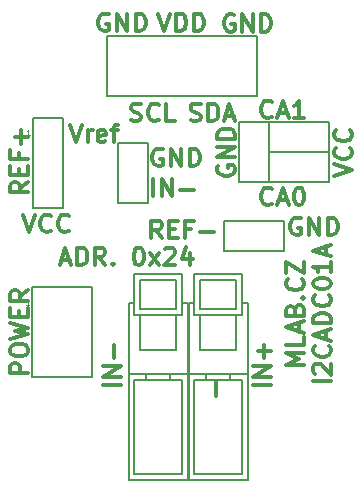
<source format=gbr>
G04 #@! TF.FileFunction,Legend,Top*
%FSLAX46Y46*%
G04 Gerber Fmt 4.6, Leading zero omitted, Abs format (unit mm)*
G04 Created by KiCad (PCBNEW 0.201505051231+5642~23~ubuntu14.04.1-product) date St 6. květen 2015, 12:21:16 CEST*
%MOMM*%
G01*
G04 APERTURE LIST*
%ADD10C,0.300000*%
%ADD11C,0.150000*%
%ADD12C,0.050000*%
%ADD13C,0.304800*%
G04 APERTURE END LIST*
D10*
X19634343Y39815200D02*
X19491486Y39886629D01*
X19277200Y39886629D01*
X19062915Y39815200D01*
X18920057Y39672343D01*
X18848629Y39529486D01*
X18777200Y39243771D01*
X18777200Y39029486D01*
X18848629Y38743771D01*
X18920057Y38600914D01*
X19062915Y38458057D01*
X19277200Y38386629D01*
X19420057Y38386629D01*
X19634343Y38458057D01*
X19705772Y38529486D01*
X19705772Y39029486D01*
X19420057Y39029486D01*
X20348629Y38386629D02*
X20348629Y39886629D01*
X21205772Y38386629D01*
X21205772Y39886629D01*
X21920058Y38386629D02*
X21920058Y39886629D01*
X22277201Y39886629D01*
X22491486Y39815200D01*
X22634344Y39672343D01*
X22705772Y39529486D01*
X22777201Y39243771D01*
X22777201Y39029486D01*
X22705772Y38743771D01*
X22634344Y38600914D01*
X22491486Y38458057D01*
X22277201Y38386629D01*
X21920058Y38386629D01*
X5005286Y19054000D02*
X5719572Y19054000D01*
X4862429Y18625429D02*
X5362429Y20125429D01*
X5862429Y18625429D01*
X6362429Y18625429D02*
X6362429Y20125429D01*
X6719572Y20125429D01*
X6933857Y20054000D01*
X7076715Y19911143D01*
X7148143Y19768286D01*
X7219572Y19482571D01*
X7219572Y19268286D01*
X7148143Y18982571D01*
X7076715Y18839714D01*
X6933857Y18696857D01*
X6719572Y18625429D01*
X6362429Y18625429D01*
X8719572Y18625429D02*
X8219572Y19339714D01*
X7862429Y18625429D02*
X7862429Y20125429D01*
X8433857Y20125429D01*
X8576715Y20054000D01*
X8648143Y19982571D01*
X8719572Y19839714D01*
X8719572Y19625429D01*
X8648143Y19482571D01*
X8576715Y19411143D01*
X8433857Y19339714D01*
X7862429Y19339714D01*
X9362429Y18768286D02*
X9433857Y18696857D01*
X9362429Y18625429D01*
X9291000Y18696857D01*
X9362429Y18768286D01*
X9362429Y18625429D01*
X11505286Y20125429D02*
X11648143Y20125429D01*
X11791000Y20054000D01*
X11862429Y19982571D01*
X11933858Y19839714D01*
X12005286Y19554000D01*
X12005286Y19196857D01*
X11933858Y18911143D01*
X11862429Y18768286D01*
X11791000Y18696857D01*
X11648143Y18625429D01*
X11505286Y18625429D01*
X11362429Y18696857D01*
X11291000Y18768286D01*
X11219572Y18911143D01*
X11148143Y19196857D01*
X11148143Y19554000D01*
X11219572Y19839714D01*
X11291000Y19982571D01*
X11362429Y20054000D01*
X11505286Y20125429D01*
X12505286Y18625429D02*
X13291000Y19625429D01*
X12505286Y19625429D02*
X13291000Y18625429D01*
X13791000Y19982571D02*
X13862429Y20054000D01*
X14005286Y20125429D01*
X14362429Y20125429D01*
X14505286Y20054000D01*
X14576715Y19982571D01*
X14648143Y19839714D01*
X14648143Y19696857D01*
X14576715Y19482571D01*
X13719572Y18625429D01*
X14648143Y18625429D01*
X15933857Y19625429D02*
X15933857Y18625429D01*
X15576714Y20196857D02*
X15219571Y19125429D01*
X16148143Y19125429D01*
X18300000Y27051143D02*
X18228571Y26908286D01*
X18228571Y26694000D01*
X18300000Y26479715D01*
X18442857Y26336857D01*
X18585714Y26265429D01*
X18871429Y26194000D01*
X19085714Y26194000D01*
X19371429Y26265429D01*
X19514286Y26336857D01*
X19657143Y26479715D01*
X19728571Y26694000D01*
X19728571Y26836857D01*
X19657143Y27051143D01*
X19585714Y27122572D01*
X19085714Y27122572D01*
X19085714Y26836857D01*
X19728571Y27765429D02*
X18228571Y27765429D01*
X19728571Y28622572D01*
X18228571Y28622572D01*
X19728571Y29336858D02*
X18228571Y29336858D01*
X18228571Y29694001D01*
X18300000Y29908286D01*
X18442857Y30051144D01*
X18585714Y30122572D01*
X18871429Y30194001D01*
X19085714Y30194001D01*
X19371429Y30122572D01*
X19514286Y30051144D01*
X19657143Y29908286D01*
X19728571Y29694001D01*
X19728571Y29336858D01*
X2202571Y9489714D02*
X702571Y9489714D01*
X702571Y10061142D01*
X774000Y10204000D01*
X845429Y10275428D01*
X988286Y10346857D01*
X1202571Y10346857D01*
X1345429Y10275428D01*
X1416857Y10204000D01*
X1488286Y10061142D01*
X1488286Y9489714D01*
X702571Y11275428D02*
X702571Y11561142D01*
X774000Y11704000D01*
X916857Y11846857D01*
X1202571Y11918285D01*
X1702571Y11918285D01*
X1988286Y11846857D01*
X2131143Y11704000D01*
X2202571Y11561142D01*
X2202571Y11275428D01*
X2131143Y11132571D01*
X1988286Y10989714D01*
X1702571Y10918285D01*
X1202571Y10918285D01*
X916857Y10989714D01*
X774000Y11132571D01*
X702571Y11275428D01*
X702571Y12418286D02*
X2202571Y12775429D01*
X1131143Y13061143D01*
X2202571Y13346857D01*
X702571Y13704000D01*
X1416857Y14275429D02*
X1416857Y14775429D01*
X2202571Y14989715D02*
X2202571Y14275429D01*
X702571Y14275429D01*
X702571Y14989715D01*
X2202571Y16489715D02*
X1488286Y15989715D01*
X2202571Y15632572D02*
X702571Y15632572D01*
X702571Y16204000D01*
X774000Y16346858D01*
X845429Y16418286D01*
X988286Y16489715D01*
X1202571Y16489715D01*
X1345429Y16418286D01*
X1416857Y16346858D01*
X1488286Y16204000D01*
X1488286Y15632572D01*
X27856571Y8799430D02*
X26356571Y8799430D01*
X26499429Y9442287D02*
X26428000Y9513716D01*
X26356571Y9656573D01*
X26356571Y10013716D01*
X26428000Y10156573D01*
X26499429Y10228002D01*
X26642286Y10299430D01*
X26785143Y10299430D01*
X26999429Y10228002D01*
X27856571Y9370859D01*
X27856571Y10299430D01*
X27713714Y11799430D02*
X27785143Y11728001D01*
X27856571Y11513715D01*
X27856571Y11370858D01*
X27785143Y11156573D01*
X27642286Y11013715D01*
X27499429Y10942287D01*
X27213714Y10870858D01*
X26999429Y10870858D01*
X26713714Y10942287D01*
X26570857Y11013715D01*
X26428000Y11156573D01*
X26356571Y11370858D01*
X26356571Y11513715D01*
X26428000Y11728001D01*
X26499429Y11799430D01*
X27428000Y12370858D02*
X27428000Y13085144D01*
X27856571Y12228001D02*
X26356571Y12728001D01*
X27856571Y13228001D01*
X27856571Y13728001D02*
X26356571Y13728001D01*
X26356571Y14085144D01*
X26428000Y14299429D01*
X26570857Y14442287D01*
X26713714Y14513715D01*
X26999429Y14585144D01*
X27213714Y14585144D01*
X27499429Y14513715D01*
X27642286Y14442287D01*
X27785143Y14299429D01*
X27856571Y14085144D01*
X27856571Y13728001D01*
X27713714Y16085144D02*
X27785143Y16013715D01*
X27856571Y15799429D01*
X27856571Y15656572D01*
X27785143Y15442287D01*
X27642286Y15299429D01*
X27499429Y15228001D01*
X27213714Y15156572D01*
X26999429Y15156572D01*
X26713714Y15228001D01*
X26570857Y15299429D01*
X26428000Y15442287D01*
X26356571Y15656572D01*
X26356571Y15799429D01*
X26428000Y16013715D01*
X26499429Y16085144D01*
X26356571Y17013715D02*
X26356571Y17156572D01*
X26428000Y17299429D01*
X26499429Y17370858D01*
X26642286Y17442287D01*
X26928000Y17513715D01*
X27285143Y17513715D01*
X27570857Y17442287D01*
X27713714Y17370858D01*
X27785143Y17299429D01*
X27856571Y17156572D01*
X27856571Y17013715D01*
X27785143Y16870858D01*
X27713714Y16799429D01*
X27570857Y16728001D01*
X27285143Y16656572D01*
X26928000Y16656572D01*
X26642286Y16728001D01*
X26499429Y16799429D01*
X26428000Y16870858D01*
X26356571Y17013715D01*
X27856571Y18942286D02*
X27856571Y18085143D01*
X27856571Y18513715D02*
X26356571Y18513715D01*
X26570857Y18370858D01*
X26713714Y18228000D01*
X26785143Y18085143D01*
X27428000Y19513714D02*
X27428000Y20228000D01*
X27856571Y19370857D02*
X26356571Y19870857D01*
X27856571Y20370857D01*
X25570571Y10156572D02*
X24070571Y10156572D01*
X25142000Y10656572D01*
X24070571Y11156572D01*
X25570571Y11156572D01*
X25570571Y12585144D02*
X25570571Y11870858D01*
X24070571Y11870858D01*
X25142000Y13013715D02*
X25142000Y13728001D01*
X25570571Y12870858D02*
X24070571Y13370858D01*
X25570571Y13870858D01*
X24784857Y14870858D02*
X24856286Y15085144D01*
X24927714Y15156572D01*
X25070571Y15228001D01*
X25284857Y15228001D01*
X25427714Y15156572D01*
X25499143Y15085144D01*
X25570571Y14942286D01*
X25570571Y14370858D01*
X24070571Y14370858D01*
X24070571Y14870858D01*
X24142000Y15013715D01*
X24213429Y15085144D01*
X24356286Y15156572D01*
X24499143Y15156572D01*
X24642000Y15085144D01*
X24713429Y15013715D01*
X24784857Y14870858D01*
X24784857Y14370858D01*
X25427714Y15870858D02*
X25499143Y15942286D01*
X25570571Y15870858D01*
X25499143Y15799429D01*
X25427714Y15870858D01*
X25570571Y15870858D01*
X25427714Y17442287D02*
X25499143Y17370858D01*
X25570571Y17156572D01*
X25570571Y17013715D01*
X25499143Y16799430D01*
X25356286Y16656572D01*
X25213429Y16585144D01*
X24927714Y16513715D01*
X24713429Y16513715D01*
X24427714Y16585144D01*
X24284857Y16656572D01*
X24142000Y16799430D01*
X24070571Y17013715D01*
X24070571Y17156572D01*
X24142000Y17370858D01*
X24213429Y17442287D01*
X24070571Y17942287D02*
X24070571Y18942287D01*
X25570571Y17942287D01*
X25570571Y18942287D01*
X22776571Y8485143D02*
X21276571Y8485143D01*
X22776571Y9199429D02*
X21276571Y9199429D01*
X22776571Y10056572D01*
X21276571Y10056572D01*
X22205143Y10770858D02*
X22205143Y11913715D01*
X22776571Y11342286D02*
X21633714Y11342286D01*
X10076571Y8485143D02*
X8576571Y8485143D01*
X10076571Y9199429D02*
X8576571Y9199429D01*
X10076571Y10056572D01*
X8576571Y10056572D01*
X9505143Y10770858D02*
X9505143Y11913715D01*
X1810000Y22919429D02*
X2310000Y21419429D01*
X2810000Y22919429D01*
X4167143Y21562286D02*
X4095714Y21490857D01*
X3881428Y21419429D01*
X3738571Y21419429D01*
X3524286Y21490857D01*
X3381428Y21633714D01*
X3310000Y21776571D01*
X3238571Y22062286D01*
X3238571Y22276571D01*
X3310000Y22562286D01*
X3381428Y22705143D01*
X3524286Y22848000D01*
X3738571Y22919429D01*
X3881428Y22919429D01*
X4095714Y22848000D01*
X4167143Y22776571D01*
X5667143Y21562286D02*
X5595714Y21490857D01*
X5381428Y21419429D01*
X5238571Y21419429D01*
X5024286Y21490857D01*
X4881428Y21633714D01*
X4810000Y21776571D01*
X4738571Y22062286D01*
X4738571Y22276571D01*
X4810000Y22562286D01*
X4881428Y22705143D01*
X5024286Y22848000D01*
X5238571Y22919429D01*
X5381428Y22919429D01*
X5595714Y22848000D01*
X5667143Y22776571D01*
X2202571Y25646286D02*
X1488286Y25146286D01*
X2202571Y24789143D02*
X702571Y24789143D01*
X702571Y25360571D01*
X774000Y25503429D01*
X845429Y25574857D01*
X988286Y25646286D01*
X1202571Y25646286D01*
X1345429Y25574857D01*
X1416857Y25503429D01*
X1488286Y25360571D01*
X1488286Y24789143D01*
X1416857Y26289143D02*
X1416857Y26789143D01*
X2202571Y27003429D02*
X2202571Y26289143D01*
X702571Y26289143D01*
X702571Y27003429D01*
X1416857Y28146286D02*
X1416857Y27646286D01*
X2202571Y27646286D02*
X702571Y27646286D01*
X702571Y28360572D01*
X1631143Y28932000D02*
X1631143Y30074857D01*
X2202571Y29503428D02*
X1059714Y29503428D01*
X5730857Y30539429D02*
X6230857Y29039429D01*
X6730857Y30539429D01*
X7230857Y29039429D02*
X7230857Y30039429D01*
X7230857Y29753714D02*
X7302285Y29896571D01*
X7373714Y29968000D01*
X7516571Y30039429D01*
X7659428Y30039429D01*
X8730856Y29110857D02*
X8587999Y29039429D01*
X8302285Y29039429D01*
X8159428Y29110857D01*
X8087999Y29253714D01*
X8087999Y29825143D01*
X8159428Y29968000D01*
X8302285Y30039429D01*
X8587999Y30039429D01*
X8730856Y29968000D01*
X8802285Y29825143D01*
X8802285Y29682286D01*
X8087999Y29539429D01*
X9230856Y30039429D02*
X9802285Y30039429D01*
X9445142Y29039429D02*
X9445142Y30325143D01*
X9516570Y30468000D01*
X9659428Y30539429D01*
X9802285Y30539429D01*
X13588857Y28436000D02*
X13446000Y28507429D01*
X13231714Y28507429D01*
X13017429Y28436000D01*
X12874571Y28293143D01*
X12803143Y28150286D01*
X12731714Y27864571D01*
X12731714Y27650286D01*
X12803143Y27364571D01*
X12874571Y27221714D01*
X13017429Y27078857D01*
X13231714Y27007429D01*
X13374571Y27007429D01*
X13588857Y27078857D01*
X13660286Y27150286D01*
X13660286Y27650286D01*
X13374571Y27650286D01*
X14303143Y27007429D02*
X14303143Y28507429D01*
X15160286Y27007429D01*
X15160286Y28507429D01*
X15874572Y27007429D02*
X15874572Y28507429D01*
X16231715Y28507429D01*
X16446000Y28436000D01*
X16588858Y28293143D01*
X16660286Y28150286D01*
X16731715Y27864571D01*
X16731715Y27650286D01*
X16660286Y27364571D01*
X16588858Y27221714D01*
X16446000Y27078857D01*
X16231715Y27007429D01*
X15874572Y27007429D01*
X22856144Y31214286D02*
X22784715Y31142857D01*
X22570429Y31071429D01*
X22427572Y31071429D01*
X22213287Y31142857D01*
X22070429Y31285714D01*
X21999001Y31428571D01*
X21927572Y31714286D01*
X21927572Y31928571D01*
X21999001Y32214286D01*
X22070429Y32357143D01*
X22213287Y32500000D01*
X22427572Y32571429D01*
X22570429Y32571429D01*
X22784715Y32500000D01*
X22856144Y32428571D01*
X23427572Y31500000D02*
X24141858Y31500000D01*
X23284715Y31071429D02*
X23784715Y32571429D01*
X24284715Y31071429D01*
X25570429Y31071429D02*
X24713286Y31071429D01*
X25141858Y31071429D02*
X25141858Y32571429D01*
X24999001Y32357143D01*
X24856143Y32214286D01*
X24713286Y32142857D01*
X12803143Y24467429D02*
X12803143Y25967429D01*
X13517429Y24467429D02*
X13517429Y25967429D01*
X14374572Y24467429D01*
X14374572Y25967429D01*
X15088858Y25038857D02*
X16231715Y25038857D01*
X25273143Y22594000D02*
X25130286Y22665429D01*
X24916000Y22665429D01*
X24701715Y22594000D01*
X24558857Y22451143D01*
X24487429Y22308286D01*
X24416000Y22022571D01*
X24416000Y21808286D01*
X24487429Y21522571D01*
X24558857Y21379714D01*
X24701715Y21236857D01*
X24916000Y21165429D01*
X25058857Y21165429D01*
X25273143Y21236857D01*
X25344572Y21308286D01*
X25344572Y21808286D01*
X25058857Y21808286D01*
X25987429Y21165429D02*
X25987429Y22665429D01*
X26844572Y21165429D01*
X26844572Y22665429D01*
X27558858Y21165429D02*
X27558858Y22665429D01*
X27916001Y22665429D01*
X28130286Y22594000D01*
X28273144Y22451143D01*
X28344572Y22308286D01*
X28416001Y22022571D01*
X28416001Y21808286D01*
X28344572Y21522571D01*
X28273144Y21379714D01*
X28130286Y21236857D01*
X27916001Y21165429D01*
X27558858Y21165429D01*
X28134571Y26194000D02*
X29634571Y26694000D01*
X28134571Y27194000D01*
X29491714Y28551143D02*
X29563143Y28479714D01*
X29634571Y28265428D01*
X29634571Y28122571D01*
X29563143Y27908286D01*
X29420286Y27765428D01*
X29277429Y27694000D01*
X28991714Y27622571D01*
X28777429Y27622571D01*
X28491714Y27694000D01*
X28348857Y27765428D01*
X28206000Y27908286D01*
X28134571Y28122571D01*
X28134571Y28265428D01*
X28206000Y28479714D01*
X28277429Y28551143D01*
X29491714Y30051143D02*
X29563143Y29979714D01*
X29634571Y29765428D01*
X29634571Y29622571D01*
X29563143Y29408286D01*
X29420286Y29265428D01*
X29277429Y29194000D01*
X28991714Y29122571D01*
X28777429Y29122571D01*
X28491714Y29194000D01*
X28348857Y29265428D01*
X28206000Y29408286D01*
X28134571Y29622571D01*
X28134571Y29765428D01*
X28206000Y29979714D01*
X28277429Y30051143D01*
X22856144Y23848286D02*
X22784715Y23776857D01*
X22570429Y23705429D01*
X22427572Y23705429D01*
X22213287Y23776857D01*
X22070429Y23919714D01*
X21999001Y24062571D01*
X21927572Y24348286D01*
X21927572Y24562571D01*
X21999001Y24848286D01*
X22070429Y24991143D01*
X22213287Y25134000D01*
X22427572Y25205429D01*
X22570429Y25205429D01*
X22784715Y25134000D01*
X22856144Y25062571D01*
X23427572Y24134000D02*
X24141858Y24134000D01*
X23284715Y23705429D02*
X23784715Y25205429D01*
X24284715Y23705429D01*
X25070429Y25205429D02*
X25213286Y25205429D01*
X25356143Y25134000D01*
X25427572Y25062571D01*
X25499001Y24919714D01*
X25570429Y24634000D01*
X25570429Y24276857D01*
X25499001Y23991143D01*
X25427572Y23848286D01*
X25356143Y23776857D01*
X25213286Y23705429D01*
X25070429Y23705429D01*
X24927572Y23776857D01*
X24856143Y23848286D01*
X24784715Y23991143D01*
X24713286Y24276857D01*
X24713286Y24634000D01*
X24784715Y24919714D01*
X24856143Y25062571D01*
X24927572Y25134000D01*
X25070429Y25205429D01*
X13502286Y20911429D02*
X13002286Y21625714D01*
X12645143Y20911429D02*
X12645143Y22411429D01*
X13216571Y22411429D01*
X13359429Y22340000D01*
X13430857Y22268571D01*
X13502286Y22125714D01*
X13502286Y21911429D01*
X13430857Y21768571D01*
X13359429Y21697143D01*
X13216571Y21625714D01*
X12645143Y21625714D01*
X14145143Y21697143D02*
X14645143Y21697143D01*
X14859429Y20911429D02*
X14145143Y20911429D01*
X14145143Y22411429D01*
X14859429Y22411429D01*
X16002286Y21697143D02*
X15502286Y21697143D01*
X15502286Y20911429D02*
X15502286Y22411429D01*
X16216572Y22411429D01*
X16788000Y21482857D02*
X17930857Y21482857D01*
X15958572Y30888857D02*
X16172858Y30817429D01*
X16530001Y30817429D01*
X16672858Y30888857D01*
X16744287Y30960286D01*
X16815715Y31103143D01*
X16815715Y31246000D01*
X16744287Y31388857D01*
X16672858Y31460286D01*
X16530001Y31531714D01*
X16244287Y31603143D01*
X16101429Y31674571D01*
X16030001Y31746000D01*
X15958572Y31888857D01*
X15958572Y32031714D01*
X16030001Y32174571D01*
X16101429Y32246000D01*
X16244287Y32317429D01*
X16601429Y32317429D01*
X16815715Y32246000D01*
X17458572Y30817429D02*
X17458572Y32317429D01*
X17815715Y32317429D01*
X18030000Y32246000D01*
X18172858Y32103143D01*
X18244286Y31960286D01*
X18315715Y31674571D01*
X18315715Y31460286D01*
X18244286Y31174571D01*
X18172858Y31031714D01*
X18030000Y30888857D01*
X17815715Y30817429D01*
X17458572Y30817429D01*
X18887143Y31246000D02*
X19601429Y31246000D01*
X18744286Y30817429D02*
X19244286Y32317429D01*
X19744286Y30817429D01*
X13240000Y39937429D02*
X13740000Y38437429D01*
X14240000Y39937429D01*
X14740000Y38437429D02*
X14740000Y39937429D01*
X15097143Y39937429D01*
X15311428Y39866000D01*
X15454286Y39723143D01*
X15525714Y39580286D01*
X15597143Y39294571D01*
X15597143Y39080286D01*
X15525714Y38794571D01*
X15454286Y38651714D01*
X15311428Y38508857D01*
X15097143Y38437429D01*
X14740000Y38437429D01*
X16240000Y38437429D02*
X16240000Y39937429D01*
X16597143Y39937429D01*
X16811428Y39866000D01*
X16954286Y39723143D01*
X17025714Y39580286D01*
X17097143Y39294571D01*
X17097143Y39080286D01*
X17025714Y38794571D01*
X16954286Y38651714D01*
X16811428Y38508857D01*
X16597143Y38437429D01*
X16240000Y38437429D01*
X10914286Y30888857D02*
X11128572Y30817429D01*
X11485715Y30817429D01*
X11628572Y30888857D01*
X11700001Y30960286D01*
X11771429Y31103143D01*
X11771429Y31246000D01*
X11700001Y31388857D01*
X11628572Y31460286D01*
X11485715Y31531714D01*
X11200001Y31603143D01*
X11057143Y31674571D01*
X10985715Y31746000D01*
X10914286Y31888857D01*
X10914286Y32031714D01*
X10985715Y32174571D01*
X11057143Y32246000D01*
X11200001Y32317429D01*
X11557143Y32317429D01*
X11771429Y32246000D01*
X13271429Y30960286D02*
X13200000Y30888857D01*
X12985714Y30817429D01*
X12842857Y30817429D01*
X12628572Y30888857D01*
X12485714Y31031714D01*
X12414286Y31174571D01*
X12342857Y31460286D01*
X12342857Y31674571D01*
X12414286Y31960286D01*
X12485714Y32103143D01*
X12628572Y32246000D01*
X12842857Y32317429D01*
X12985714Y32317429D01*
X13200000Y32246000D01*
X13271429Y32174571D01*
X14628572Y30817429D02*
X13914286Y30817429D01*
X13914286Y32317429D01*
X9017143Y39866000D02*
X8874286Y39937429D01*
X8660000Y39937429D01*
X8445715Y39866000D01*
X8302857Y39723143D01*
X8231429Y39580286D01*
X8160000Y39294571D01*
X8160000Y39080286D01*
X8231429Y38794571D01*
X8302857Y38651714D01*
X8445715Y38508857D01*
X8660000Y38437429D01*
X8802857Y38437429D01*
X9017143Y38508857D01*
X9088572Y38580286D01*
X9088572Y39080286D01*
X8802857Y39080286D01*
X9731429Y38437429D02*
X9731429Y39937429D01*
X10588572Y38437429D01*
X10588572Y39937429D01*
X11302858Y38437429D02*
X11302858Y39937429D01*
X11660001Y39937429D01*
X11874286Y39866000D01*
X12017144Y39723143D01*
X12088572Y39580286D01*
X12160001Y39294571D01*
X12160001Y39080286D01*
X12088572Y38794571D01*
X12017144Y38651714D01*
X11874286Y38508857D01*
X11660001Y38437429D01*
X11302858Y38437429D01*
D11*
X2540000Y16764000D02*
X7620000Y16764000D01*
X7620000Y16764000D02*
X7620000Y9144000D01*
X7620000Y9144000D02*
X2540000Y9144000D01*
X2540000Y9144000D02*
X2540000Y16764000D01*
X12344400Y28956000D02*
X12344400Y23876000D01*
X12344400Y23876000D02*
X9804400Y23876000D01*
X9804400Y23876000D02*
X9804400Y28956000D01*
X9804400Y28956000D02*
X12344400Y28956000D01*
X23876000Y19812000D02*
X18796000Y19812000D01*
X18796000Y19812000D02*
X18796000Y22352000D01*
X18796000Y22352000D02*
X23876000Y22352000D01*
X23876000Y22352000D02*
X23876000Y19812000D01*
X27686000Y25654000D02*
X22606000Y25654000D01*
X22606000Y25654000D02*
X22606000Y28194000D01*
X22606000Y28194000D02*
X27686000Y28194000D01*
X27686000Y28194000D02*
X27686000Y25654000D01*
X27686000Y28194000D02*
X22606000Y28194000D01*
X22606000Y28194000D02*
X22606000Y30734000D01*
X22606000Y30734000D02*
X27686000Y30734000D01*
X27686000Y30734000D02*
X27686000Y28194000D01*
X21590000Y38036500D02*
X21590000Y32956500D01*
X21590000Y32956500D02*
X8890000Y32956500D01*
X8890000Y32956500D02*
X8890000Y38036500D01*
X8890000Y38036500D02*
X21590000Y38036500D01*
X20788000Y15414000D02*
X20288000Y15414000D01*
X16288000Y15414000D02*
X15788000Y15414000D01*
X20788100Y9414000D02*
X15787900Y9414000D01*
X20788100Y414000D02*
X15787900Y414000D01*
X19789000Y17414000D02*
X16787000Y17414000D01*
X19789000Y14914100D02*
X16787000Y14914100D01*
X16288000Y17914100D02*
X20288000Y17914100D01*
X16288000Y14414000D02*
X20288000Y14414000D01*
X19788100Y11414000D02*
X16787900Y11414000D01*
X16288000Y8913900D02*
X20288000Y8913900D01*
X20288000Y913900D02*
X16288000Y913900D01*
X19288000Y8913900D02*
X19288000Y9414000D01*
X19788000Y14914100D02*
X19788000Y17414000D01*
X20288000Y14414000D02*
X20288000Y17914100D01*
X17288000Y8913900D02*
X17288000Y9414000D01*
X16788000Y14914100D02*
X16788000Y17414000D01*
X16288000Y14414000D02*
X16288000Y17915000D01*
X19788000Y11414000D02*
X19788000Y14414000D01*
X20288000Y913900D02*
X20288000Y8913900D01*
X20788000Y9414000D02*
X20788000Y15414000D01*
X16788000Y11414000D02*
X16788000Y14414000D01*
X16288000Y913900D02*
X16288000Y8913900D01*
X15788000Y9414000D02*
X15788000Y15414000D01*
X20788000Y9414000D02*
X20788000Y414000D01*
X15788000Y414000D02*
X15788000Y9414000D01*
X15708000Y15414000D02*
X15208000Y15414000D01*
X11208000Y15414000D02*
X10708000Y15414000D01*
X15708100Y9414000D02*
X10707900Y9414000D01*
X15708100Y414000D02*
X10707900Y414000D01*
X14709000Y17414000D02*
X11707000Y17414000D01*
X14709000Y14914100D02*
X11707000Y14914100D01*
X11208000Y17914100D02*
X15208000Y17914100D01*
X11208000Y14414000D02*
X15208000Y14414000D01*
X14708100Y11414000D02*
X11707900Y11414000D01*
X11208000Y8913900D02*
X15208000Y8913900D01*
X15208000Y913900D02*
X11208000Y913900D01*
X14208000Y8913900D02*
X14208000Y9414000D01*
X14708000Y14914100D02*
X14708000Y17414000D01*
X15208000Y14414000D02*
X15208000Y17914100D01*
X12208000Y8913900D02*
X12208000Y9414000D01*
X11708000Y14914100D02*
X11708000Y17414000D01*
X11208000Y14414000D02*
X11208000Y17915000D01*
X14708000Y11414000D02*
X14708000Y14414000D01*
X15208000Y913900D02*
X15208000Y8913900D01*
X15708000Y9414000D02*
X15708000Y15414000D01*
X11708000Y11414000D02*
X11708000Y14414000D01*
X11208000Y913900D02*
X11208000Y8913900D01*
X10708000Y9414000D02*
X10708000Y15414000D01*
X15708000Y9414000D02*
X15708000Y414000D01*
X10708000Y414000D02*
X10708000Y9414000D01*
X2603500Y31115000D02*
X5143500Y31115000D01*
X5143500Y31115000D02*
X5143500Y23495000D01*
X5143500Y23495000D02*
X2603500Y23495000D01*
X2603500Y23495000D02*
X2603500Y31115000D01*
X20066000Y25654000D02*
X20066000Y30734000D01*
X20066000Y30734000D02*
X22606000Y30734000D01*
X22606000Y30734000D02*
X22606000Y25654000D01*
X22606000Y25654000D02*
X20066000Y25654000D01*
D12*
X2301857Y15267810D02*
X2016143Y15267810D01*
X2159000Y15267810D02*
X2159000Y15767810D01*
X2111381Y15696381D01*
X2063762Y15648762D01*
X2016143Y15624952D01*
D13*
X18106571Y7547429D02*
X18106571Y8708572D01*
D12*
X2365357Y29618810D02*
X2079643Y29618810D01*
X2222500Y29618810D02*
X2222500Y30118810D01*
X2174881Y30047381D01*
X2127262Y29999762D01*
X2079643Y29975952D01*
M02*

</source>
